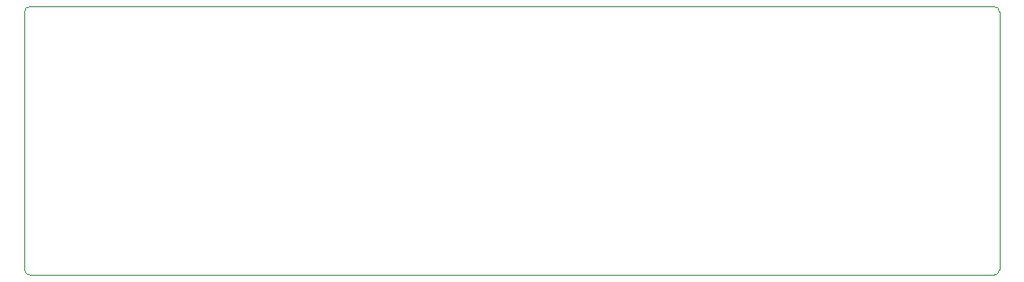
<source format=gbr>
G04 #@! TF.GenerationSoftware,KiCad,Pcbnew,9.0.7*
G04 #@! TF.CreationDate,2026-02-19T02:03:21-08:00*
G04 #@! TF.ProjectId,memori-hw,6d656d6f-7269-42d6-9877-2e6b69636164,vFEB 2026*
G04 #@! TF.SameCoordinates,Original*
G04 #@! TF.FileFunction,Profile,NP*
%FSLAX46Y46*%
G04 Gerber Fmt 4.6, Leading zero omitted, Abs format (unit mm)*
G04 Created by KiCad (PCBNEW 9.0.7) date 2026-02-19 02:03:21*
%MOMM*%
%LPD*%
G01*
G04 APERTURE LIST*
G04 #@! TA.AperFunction,Profile*
%ADD10C,0.038100*%
G04 #@! TD*
G04 APERTURE END LIST*
D10*
X185420000Y-113800000D02*
G75*
G02*
X184920000Y-114300000I-500000J0D01*
G01*
X94120000Y-114300000D02*
G75*
G02*
X93620000Y-113800000I0J500000D01*
G01*
X184920000Y-88992000D02*
G75*
G02*
X185420000Y-89492000I0J-500000D01*
G01*
X93620000Y-89492000D02*
G75*
G02*
X94120000Y-88992000I500000J0D01*
G01*
X184920000Y-114300000D02*
X94120000Y-114300000D01*
X185420000Y-89492000D02*
X185420000Y-113800000D01*
X93620000Y-113800000D02*
X93620000Y-89492000D01*
X94120000Y-88992000D02*
X184920000Y-88992000D01*
M02*

</source>
